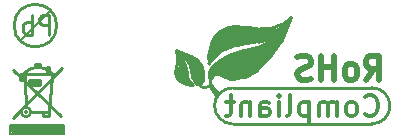
<source format=gbr>
%TF.GenerationSoftware,KiCad,Pcbnew,7.0.7*%
%TF.CreationDate,2023-09-24T12:37:58+02:00*%
%TF.ProjectId,RF Energy Harvesting LK-R37 Enclosure,52462045-6e65-4726-9779-204861727665,Beta R4*%
%TF.SameCoordinates,Original*%
%TF.FileFunction,Legend,Bot*%
%TF.FilePolarity,Positive*%
%FSLAX46Y46*%
G04 Gerber Fmt 4.6, Leading zero omitted, Abs format (unit mm)*
G04 Created by KiCad (PCBNEW 7.0.7) date 2023-09-24 12:37:58*
%MOMM*%
%LPD*%
G01*
G04 APERTURE LIST*
%ADD10C,0.500000*%
%ADD11C,0.350000*%
%ADD12C,0.254000*%
%ADD13C,0.150000*%
%ADD14C,0.127000*%
%ADD15C,0.508000*%
%ADD16C,0.200000*%
G04 APERTURE END LIST*
D10*
X168735714Y-93289238D02*
X169402381Y-92336857D01*
X169878571Y-93289238D02*
X169878571Y-91289238D01*
X169878571Y-91289238D02*
X169116666Y-91289238D01*
X169116666Y-91289238D02*
X168926190Y-91384476D01*
X168926190Y-91384476D02*
X168830952Y-91479714D01*
X168830952Y-91479714D02*
X168735714Y-91670190D01*
X168735714Y-91670190D02*
X168735714Y-91955904D01*
X168735714Y-91955904D02*
X168830952Y-92146380D01*
X168830952Y-92146380D02*
X168926190Y-92241619D01*
X168926190Y-92241619D02*
X169116666Y-92336857D01*
X169116666Y-92336857D02*
X169878571Y-92336857D01*
X167592857Y-93289238D02*
X167783333Y-93194000D01*
X167783333Y-93194000D02*
X167878571Y-93098761D01*
X167878571Y-93098761D02*
X167973809Y-92908285D01*
X167973809Y-92908285D02*
X167973809Y-92336857D01*
X167973809Y-92336857D02*
X167878571Y-92146380D01*
X167878571Y-92146380D02*
X167783333Y-92051142D01*
X167783333Y-92051142D02*
X167592857Y-91955904D01*
X167592857Y-91955904D02*
X167307142Y-91955904D01*
X167307142Y-91955904D02*
X167116666Y-92051142D01*
X167116666Y-92051142D02*
X167021428Y-92146380D01*
X167021428Y-92146380D02*
X166926190Y-92336857D01*
X166926190Y-92336857D02*
X166926190Y-92908285D01*
X166926190Y-92908285D02*
X167021428Y-93098761D01*
X167021428Y-93098761D02*
X167116666Y-93194000D01*
X167116666Y-93194000D02*
X167307142Y-93289238D01*
X167307142Y-93289238D02*
X167592857Y-93289238D01*
X166069047Y-93289238D02*
X166069047Y-91289238D01*
X166069047Y-92241619D02*
X164926190Y-92241619D01*
X164926190Y-93289238D02*
X164926190Y-91289238D01*
X164069047Y-93194000D02*
X163783333Y-93289238D01*
X163783333Y-93289238D02*
X163307142Y-93289238D01*
X163307142Y-93289238D02*
X163116666Y-93194000D01*
X163116666Y-93194000D02*
X163021428Y-93098761D01*
X163021428Y-93098761D02*
X162926190Y-92908285D01*
X162926190Y-92908285D02*
X162926190Y-92717809D01*
X162926190Y-92717809D02*
X163021428Y-92527333D01*
X163021428Y-92527333D02*
X163116666Y-92432095D01*
X163116666Y-92432095D02*
X163307142Y-92336857D01*
X163307142Y-92336857D02*
X163688095Y-92241619D01*
X163688095Y-92241619D02*
X163878571Y-92146380D01*
X163878571Y-92146380D02*
X163973809Y-92051142D01*
X163973809Y-92051142D02*
X164069047Y-91860666D01*
X164069047Y-91860666D02*
X164069047Y-91670190D01*
X164069047Y-91670190D02*
X163973809Y-91479714D01*
X163973809Y-91479714D02*
X163878571Y-91384476D01*
X163878571Y-91384476D02*
X163688095Y-91289238D01*
X163688095Y-91289238D02*
X163211904Y-91289238D01*
X163211904Y-91289238D02*
X162926190Y-91384476D01*
D11*
X168689333Y-96195004D02*
X168774000Y-96279671D01*
X168774000Y-96279671D02*
X169028000Y-96364337D01*
X169028000Y-96364337D02*
X169197333Y-96364337D01*
X169197333Y-96364337D02*
X169451333Y-96279671D01*
X169451333Y-96279671D02*
X169620667Y-96110337D01*
X169620667Y-96110337D02*
X169705333Y-95941004D01*
X169705333Y-95941004D02*
X169790000Y-95602337D01*
X169790000Y-95602337D02*
X169790000Y-95348337D01*
X169790000Y-95348337D02*
X169705333Y-95009671D01*
X169705333Y-95009671D02*
X169620667Y-94840337D01*
X169620667Y-94840337D02*
X169451333Y-94671004D01*
X169451333Y-94671004D02*
X169197333Y-94586337D01*
X169197333Y-94586337D02*
X169028000Y-94586337D01*
X169028000Y-94586337D02*
X168774000Y-94671004D01*
X168774000Y-94671004D02*
X168689333Y-94755671D01*
X167673333Y-96364337D02*
X167842667Y-96279671D01*
X167842667Y-96279671D02*
X167927333Y-96195004D01*
X167927333Y-96195004D02*
X168012000Y-96025671D01*
X168012000Y-96025671D02*
X168012000Y-95517671D01*
X168012000Y-95517671D02*
X167927333Y-95348337D01*
X167927333Y-95348337D02*
X167842667Y-95263671D01*
X167842667Y-95263671D02*
X167673333Y-95179004D01*
X167673333Y-95179004D02*
X167419333Y-95179004D01*
X167419333Y-95179004D02*
X167250000Y-95263671D01*
X167250000Y-95263671D02*
X167165333Y-95348337D01*
X167165333Y-95348337D02*
X167080667Y-95517671D01*
X167080667Y-95517671D02*
X167080667Y-96025671D01*
X167080667Y-96025671D02*
X167165333Y-96195004D01*
X167165333Y-96195004D02*
X167250000Y-96279671D01*
X167250000Y-96279671D02*
X167419333Y-96364337D01*
X167419333Y-96364337D02*
X167673333Y-96364337D01*
X166318666Y-96364337D02*
X166318666Y-95179004D01*
X166318666Y-95348337D02*
X166234000Y-95263671D01*
X166234000Y-95263671D02*
X166064666Y-95179004D01*
X166064666Y-95179004D02*
X165810666Y-95179004D01*
X165810666Y-95179004D02*
X165641333Y-95263671D01*
X165641333Y-95263671D02*
X165556666Y-95433004D01*
X165556666Y-95433004D02*
X165556666Y-96364337D01*
X165556666Y-95433004D02*
X165472000Y-95263671D01*
X165472000Y-95263671D02*
X165302666Y-95179004D01*
X165302666Y-95179004D02*
X165048666Y-95179004D01*
X165048666Y-95179004D02*
X164879333Y-95263671D01*
X164879333Y-95263671D02*
X164794666Y-95433004D01*
X164794666Y-95433004D02*
X164794666Y-96364337D01*
X163947999Y-95179004D02*
X163947999Y-96957004D01*
X163947999Y-95263671D02*
X163778666Y-95179004D01*
X163778666Y-95179004D02*
X163439999Y-95179004D01*
X163439999Y-95179004D02*
X163270666Y-95263671D01*
X163270666Y-95263671D02*
X163185999Y-95348337D01*
X163185999Y-95348337D02*
X163101333Y-95517671D01*
X163101333Y-95517671D02*
X163101333Y-96025671D01*
X163101333Y-96025671D02*
X163185999Y-96195004D01*
X163185999Y-96195004D02*
X163270666Y-96279671D01*
X163270666Y-96279671D02*
X163439999Y-96364337D01*
X163439999Y-96364337D02*
X163778666Y-96364337D01*
X163778666Y-96364337D02*
X163947999Y-96279671D01*
X162085332Y-96364337D02*
X162254666Y-96279671D01*
X162254666Y-96279671D02*
X162339332Y-96110337D01*
X162339332Y-96110337D02*
X162339332Y-94586337D01*
X161407999Y-96364337D02*
X161407999Y-95179004D01*
X161407999Y-94586337D02*
X161492666Y-94671004D01*
X161492666Y-94671004D02*
X161407999Y-94755671D01*
X161407999Y-94755671D02*
X161323333Y-94671004D01*
X161323333Y-94671004D02*
X161407999Y-94586337D01*
X161407999Y-94586337D02*
X161407999Y-94755671D01*
X159799332Y-96364337D02*
X159799332Y-95433004D01*
X159799332Y-95433004D02*
X159883999Y-95263671D01*
X159883999Y-95263671D02*
X160053332Y-95179004D01*
X160053332Y-95179004D02*
X160391999Y-95179004D01*
X160391999Y-95179004D02*
X160561332Y-95263671D01*
X159799332Y-96279671D02*
X159968666Y-96364337D01*
X159968666Y-96364337D02*
X160391999Y-96364337D01*
X160391999Y-96364337D02*
X160561332Y-96279671D01*
X160561332Y-96279671D02*
X160645999Y-96110337D01*
X160645999Y-96110337D02*
X160645999Y-95941004D01*
X160645999Y-95941004D02*
X160561332Y-95771671D01*
X160561332Y-95771671D02*
X160391999Y-95687004D01*
X160391999Y-95687004D02*
X159968666Y-95687004D01*
X159968666Y-95687004D02*
X159799332Y-95602337D01*
X158952665Y-95179004D02*
X158952665Y-96364337D01*
X158952665Y-95348337D02*
X158867999Y-95263671D01*
X158867999Y-95263671D02*
X158698665Y-95179004D01*
X158698665Y-95179004D02*
X158444665Y-95179004D01*
X158444665Y-95179004D02*
X158275332Y-95263671D01*
X158275332Y-95263671D02*
X158190665Y-95433004D01*
X158190665Y-95433004D02*
X158190665Y-96364337D01*
X157597998Y-95179004D02*
X156920665Y-95179004D01*
X157343998Y-94586337D02*
X157343998Y-96110337D01*
X157343998Y-96110337D02*
X157259332Y-96279671D01*
X157259332Y-96279671D02*
X157089998Y-96364337D01*
X157089998Y-96364337D02*
X156920665Y-96364337D01*
D12*
X141928268Y-89493565D02*
X141928268Y-87793565D01*
X141928268Y-87793565D02*
X141356839Y-87793565D01*
X141356839Y-87793565D02*
X141213982Y-87874517D01*
X141213982Y-87874517D02*
X141142553Y-87955470D01*
X141142553Y-87955470D02*
X141071125Y-88117374D01*
X141071125Y-88117374D02*
X141071125Y-88360232D01*
X141071125Y-88360232D02*
X141142553Y-88522136D01*
X141142553Y-88522136D02*
X141213982Y-88603089D01*
X141213982Y-88603089D02*
X141356839Y-88684041D01*
X141356839Y-88684041D02*
X141928268Y-88684041D01*
X140428268Y-89493565D02*
X140428268Y-87793565D01*
X140428268Y-88441184D02*
X140285411Y-88360232D01*
X140285411Y-88360232D02*
X139999696Y-88360232D01*
X139999696Y-88360232D02*
X139856839Y-88441184D01*
X139856839Y-88441184D02*
X139785411Y-88522136D01*
X139785411Y-88522136D02*
X139713982Y-88684041D01*
X139713982Y-88684041D02*
X139713982Y-89169755D01*
X139713982Y-89169755D02*
X139785411Y-89331660D01*
X139785411Y-89331660D02*
X139856839Y-89412613D01*
X139856839Y-89412613D02*
X139999696Y-89493565D01*
X139999696Y-89493565D02*
X140285411Y-89493565D01*
X140285411Y-89493565D02*
X140428268Y-89412613D01*
D13*
%TO.C,Sign-RecycleBin*%
X143204500Y-97863000D02*
X143204500Y-97101000D01*
X143204500Y-97101000D02*
X138632500Y-97101000D01*
X143153700Y-97761400D02*
X138734100Y-97761400D01*
X143153700Y-97456600D02*
X138683300Y-97456600D01*
X143153700Y-97304200D02*
X138734100Y-97304200D01*
X143153700Y-97253400D02*
X138683300Y-97253400D01*
D12*
X142998500Y-92325000D02*
X138807500Y-96516000D01*
X142871500Y-96389000D02*
X138807500Y-92452000D01*
X142363500Y-92833000D02*
X139442500Y-92833000D01*
X141855500Y-96389000D02*
X141347500Y-96389000D01*
X141855500Y-96008000D02*
X142109500Y-92960000D01*
X141855500Y-96008000D02*
X141855500Y-96389000D01*
X141855500Y-96008000D02*
X140458500Y-96008000D01*
X141855500Y-92706000D02*
X141855500Y-92198000D01*
X141855500Y-92198000D02*
X141728500Y-92198000D01*
X141728500Y-92198000D02*
X141728500Y-92706000D01*
X141347500Y-96389000D02*
X141347500Y-96135000D01*
X141093500Y-93722000D02*
X141093500Y-93341000D01*
X141093500Y-93341000D02*
X140204500Y-93341000D01*
X141093500Y-92071000D02*
X140712500Y-92071000D01*
X141093500Y-91944000D02*
X141093500Y-92071000D01*
X140966500Y-93468000D02*
X140331500Y-93468000D01*
X140712500Y-92071000D02*
X140712500Y-91944000D01*
X140712500Y-91944000D02*
X141093500Y-91944000D01*
X140204500Y-93722000D02*
X141093500Y-93722000D01*
X140204500Y-93341000D02*
X140204500Y-93722000D01*
X139950500Y-95500000D02*
X139823500Y-93468000D01*
X139823500Y-93341000D02*
X139442500Y-93341000D01*
X139823500Y-92833000D02*
X139823500Y-93341000D01*
X139696500Y-93341000D02*
X139696500Y-92960000D01*
X139696500Y-92960000D02*
X139696500Y-93087000D01*
X139696500Y-92960000D02*
X139696500Y-93087000D01*
X139696500Y-92960000D02*
X139569500Y-92960000D01*
X139696500Y-92833000D02*
X139569500Y-93214000D01*
X139569500Y-92960000D02*
X139569500Y-93341000D01*
X139442500Y-93341000D02*
X139442500Y-92833000D01*
D13*
X138734100Y-97659800D02*
X143102900Y-97659800D01*
X138683300Y-97558200D02*
X143102900Y-97558200D01*
X138683300Y-97405800D02*
X143102900Y-97405800D01*
X138683300Y-97151800D02*
X143102900Y-97151800D01*
X138632500Y-97863000D02*
X143204500Y-97863000D01*
X138632500Y-97101000D02*
X138632500Y-97863000D01*
D12*
X142109500Y-92706000D02*
G75*
G03*
X139823500Y-92706000I-1143000J-1143000D01*
G01*
D14*
X140077500Y-96008000D02*
G75*
G03*
X140077500Y-96008000I-127000J0D01*
G01*
D12*
X140352109Y-96008000D02*
G75*
G03*
X140352109Y-96008000I-401609J0D01*
G01*
%TO.C,Sign-RoHS*%
X169246500Y-97018500D02*
X157435500Y-97018500D01*
X162388500Y-88001500D02*
X161527440Y-88621260D01*
X162388500Y-88001500D02*
X161522360Y-90117320D01*
D15*
X162007500Y-88509500D02*
X161499500Y-89398500D01*
D12*
X162007500Y-88509500D02*
X160994040Y-89147040D01*
D15*
X161499500Y-89398500D02*
X161372500Y-89906500D01*
X161372500Y-89906500D02*
X160994040Y-90414500D01*
X161118500Y-89398500D02*
X156546500Y-89398500D01*
X160994040Y-90414500D02*
X160994040Y-90033500D01*
X160994040Y-90033500D02*
X161372500Y-89147040D01*
D12*
X160994040Y-89652500D02*
X160712100Y-90000480D01*
D15*
X160994040Y-89147040D02*
X159848500Y-89147040D01*
X160864500Y-90541500D02*
X160483500Y-91049500D01*
X160610500Y-89525500D02*
X161118500Y-89398500D01*
X160483500Y-91049500D02*
X160229500Y-91430500D01*
X160483500Y-90668500D02*
X159721500Y-91303500D01*
X160229500Y-91430500D02*
X159340500Y-92319500D01*
X159848500Y-90668500D02*
X160610500Y-90287500D01*
X159848500Y-89147040D02*
X158832500Y-89017500D01*
D12*
X159810400Y-88959080D02*
X157661560Y-88763500D01*
D15*
X159721500Y-91303500D02*
X159594500Y-91176500D01*
D12*
X159607200Y-90066520D02*
X160994040Y-89652500D01*
D15*
X159594500Y-91684500D02*
X159467500Y-91557500D01*
X159594500Y-91176500D02*
X159467500Y-91176500D01*
D12*
X159538620Y-92504920D02*
X159503060Y-92540480D01*
D15*
X159467500Y-91811500D02*
X159594500Y-91684500D01*
X159467500Y-91557500D02*
X158959500Y-91557500D01*
X159467500Y-91176500D02*
X158324500Y-91303500D01*
X159340500Y-92319500D02*
X158832500Y-92700500D01*
X159340500Y-89906500D02*
X160610500Y-89525500D01*
X159111900Y-90922500D02*
X159848500Y-90668500D01*
X158959500Y-91557500D02*
X157943500Y-91811500D01*
X158832500Y-92700500D02*
X157943500Y-92954500D01*
X158832500Y-92319500D02*
X159467500Y-91811500D01*
X158832500Y-89017500D02*
X157181500Y-89017500D01*
D12*
X158685180Y-90752320D02*
X158375300Y-90813280D01*
D15*
X158502300Y-90922500D02*
X159111900Y-90922500D01*
X158324500Y-92446500D02*
X158832500Y-92319500D01*
X158324500Y-91303500D02*
X157308500Y-91557500D01*
X158197500Y-90033500D02*
X159340500Y-89906500D01*
X158070500Y-90033500D02*
X158197500Y-90033500D01*
X157943500Y-92954500D02*
X157054500Y-92954500D01*
X157943500Y-92573500D02*
X158324500Y-92446500D01*
X157943500Y-91811500D02*
X157689500Y-91811500D01*
D12*
X157740300Y-90356080D02*
X158258460Y-90282420D01*
D15*
X157689500Y-92192500D02*
X158959500Y-91938500D01*
X157689500Y-91811500D02*
X157181500Y-92065500D01*
D12*
X157633620Y-93208500D02*
X157118000Y-93208500D01*
D15*
X157562500Y-90033500D02*
X158070500Y-90033500D01*
D12*
X157435500Y-93970500D02*
X169246500Y-93970500D01*
D15*
X157308500Y-92573500D02*
X157943500Y-92573500D01*
X157308500Y-92319500D02*
X157689500Y-92192500D01*
X157308500Y-91557500D02*
X156673500Y-92065500D01*
X157181500Y-92192500D02*
X157308500Y-92319500D01*
X157181500Y-92065500D02*
X157181500Y-92192500D01*
X157181500Y-89017500D02*
X156546500Y-89398500D01*
X157105300Y-91405100D02*
X158502300Y-90922500D01*
X157054500Y-92954500D02*
X156292500Y-92446500D01*
X156927500Y-92446500D02*
X157308500Y-92573500D01*
X156927500Y-90414500D02*
X157562500Y-90033500D01*
X156800500Y-90414500D02*
X156546500Y-89906500D01*
X156673500Y-92446500D02*
X156927500Y-92446500D01*
X156673500Y-92065500D02*
X156546500Y-92192500D01*
D12*
X156579520Y-92987520D02*
X156526180Y-92934180D01*
D15*
X156546500Y-92192500D02*
X156673500Y-92446500D01*
X156546500Y-89906500D02*
X156546500Y-89652500D01*
X156546500Y-89906500D02*
X156165500Y-90414500D01*
X156546500Y-89652500D02*
X161499500Y-89576300D01*
X156546500Y-89398500D02*
X156546500Y-89652500D01*
X156546500Y-89398500D02*
X156038500Y-89906500D01*
D12*
X156465220Y-90864080D02*
X156472840Y-90859000D01*
D15*
X156419500Y-91811500D02*
X157105300Y-91405100D01*
X156419500Y-90033500D02*
X158070500Y-90033500D01*
D12*
X156292500Y-94478500D02*
X155802280Y-93988280D01*
D15*
X156292500Y-92446500D02*
X155911500Y-92573500D01*
D12*
X156165500Y-94605500D02*
X155657500Y-93843500D01*
X156165500Y-94478500D02*
X155980080Y-94293080D01*
D15*
X156165500Y-90795500D02*
X156800500Y-90414500D01*
X156038500Y-89906500D02*
X155784500Y-90414500D01*
X155911500Y-92573500D02*
X155657500Y-92827500D01*
X155911500Y-92319500D02*
X156419500Y-91811500D01*
D12*
X155820060Y-92083280D02*
X155649880Y-92271240D01*
X155807360Y-92934180D02*
X155530500Y-93208500D01*
D15*
X155784500Y-90414500D02*
X155657500Y-91430500D01*
X155657500Y-92827500D02*
X155911500Y-92319500D01*
X155657500Y-91430500D02*
X156165500Y-90795500D01*
D12*
X155611780Y-90279880D02*
X155464460Y-90879320D01*
X155530500Y-93716500D02*
X155426360Y-93823180D01*
X155530500Y-93381220D02*
X155530500Y-93335500D01*
X155507640Y-93162780D02*
X155530500Y-93208500D01*
X155406040Y-91938500D02*
X155408580Y-91935960D01*
X155406040Y-91557500D02*
X155406040Y-91938500D01*
X154895500Y-93081500D02*
X154133500Y-93081500D01*
X154895500Y-92977360D02*
X154895500Y-92954500D01*
X154895500Y-92954500D02*
X154895500Y-92700500D01*
X154895500Y-92954500D02*
X154133500Y-92954500D01*
X154895500Y-92700500D02*
X154768500Y-92700500D01*
X154821840Y-92095980D02*
X154768500Y-92002000D01*
X154776120Y-93851120D02*
X154641500Y-93716500D01*
X154768500Y-93335500D02*
X154768500Y-93462500D01*
X154768500Y-93335500D02*
X154260500Y-93335500D01*
X154768500Y-93208500D02*
X154768500Y-93335500D01*
X154768500Y-93208500D02*
X154133500Y-93208500D01*
X154768500Y-92827500D02*
X154768500Y-93208500D01*
X154768500Y-92827500D02*
X154133500Y-92827500D01*
X154768500Y-92700500D02*
X154768500Y-92827500D01*
X154768500Y-92700500D02*
X154641500Y-92700500D01*
X154641500Y-93716500D02*
X154938680Y-93297400D01*
X154641500Y-92700500D02*
X154641500Y-93335500D01*
X154641500Y-92700500D02*
X154260500Y-92700500D01*
X154628800Y-93716500D02*
X154641500Y-93716500D01*
X154339240Y-93592040D02*
X154367180Y-93619980D01*
X154260500Y-92700500D02*
X154260500Y-93208500D01*
X154260500Y-92700500D02*
X154006500Y-92700500D01*
X154047140Y-91356840D02*
X153625500Y-91176500D01*
X154006500Y-92700500D02*
X154514500Y-93589500D01*
X154006500Y-92573500D02*
X154895500Y-92573500D01*
X154006500Y-92446500D02*
X154895500Y-92446500D01*
X154006500Y-92319500D02*
X154768500Y-92319500D01*
X154006500Y-92192500D02*
X154768500Y-92192500D01*
X153955700Y-92522700D02*
X153955700Y-92515080D01*
X153879500Y-93589500D02*
X153371500Y-93589500D01*
X153879500Y-92065500D02*
X154768500Y-92065500D01*
X153879500Y-91938500D02*
X154641500Y-91938500D01*
X153752500Y-93462500D02*
X153117500Y-93462500D01*
X153752500Y-91811500D02*
X154514500Y-91811500D01*
X153752500Y-91684500D02*
X154387500Y-91684500D01*
X153727100Y-93716500D02*
X154082700Y-93716500D01*
X153625500Y-93335500D02*
X152990500Y-93335500D01*
X153625500Y-93208500D02*
X152863500Y-93208500D01*
X153625500Y-91557500D02*
X154133500Y-91557500D01*
X153625500Y-91303500D02*
X152863500Y-91303500D01*
X153625500Y-91176500D02*
X152609500Y-90795500D01*
X153574700Y-93081500D02*
X152736500Y-93081500D01*
X153549300Y-92525240D02*
X153574700Y-92916400D01*
X153498500Y-92954500D02*
X152736500Y-92954500D01*
X153498500Y-92827500D02*
X152736500Y-92827500D01*
X153498500Y-92700500D02*
X152736500Y-92700500D01*
X153498500Y-92573500D02*
X152736500Y-92573500D01*
X153498500Y-92446500D02*
X152736500Y-92446500D01*
X153498500Y-92319500D02*
X152736500Y-92319500D01*
X153498500Y-92192500D02*
X152863500Y-92192500D01*
X153371500Y-92065500D02*
X152863500Y-92065500D01*
X153371500Y-91938500D02*
X152863500Y-91938500D01*
X153371500Y-91176500D02*
X152736500Y-91176500D01*
X153244500Y-91049500D02*
X152736500Y-91049500D01*
X153117500Y-91430500D02*
X154006500Y-91430500D01*
X153117500Y-91430500D02*
X153117500Y-91938500D01*
X152990500Y-91430500D02*
X153117500Y-91430500D01*
X152990500Y-91430500D02*
X152990500Y-91938500D01*
X152924460Y-93396460D02*
X152947320Y-93419320D01*
X152863500Y-91430500D02*
X152990500Y-91430500D01*
X152609500Y-90795500D02*
X152744120Y-91333980D01*
X169246500Y-97018500D02*
G75*
G03*
X170770500Y-95494500I1J1523999D01*
G01*
X170770500Y-95494500D02*
G75*
G03*
X169246500Y-93970500I-1524000J0D01*
G01*
X159810400Y-88959081D02*
G75*
G03*
X161525452Y-88619021I447040J2240271D01*
G01*
X159538620Y-92504921D02*
G75*
G03*
X161519964Y-90122947I-6362680J7307561D01*
G01*
X158685180Y-90752318D02*
G75*
G03*
X160712041Y-90002277I-604430J4747018D01*
G01*
X158258460Y-90282426D02*
G75*
G03*
X159600879Y-90066686I-469760J7207426D01*
G01*
X157633620Y-93208502D02*
G75*
G03*
X159499433Y-92542513I126940J2590962D01*
G01*
X155911500Y-95494500D02*
G75*
G03*
X157435500Y-97018500I1524000J0D01*
G01*
X156579503Y-92987537D02*
G75*
G03*
X157118000Y-93210566I538397J538337D01*
G01*
X157740300Y-90356080D02*
G75*
G03*
X156476630Y-90856434I871300J-4046420D01*
G01*
X155530522Y-93381220D02*
G75*
G03*
X156036478Y-94605780I1734678J-80D01*
G01*
X155530542Y-93208500D02*
G75*
G03*
X155978049Y-94294059I1534358J-2500D01*
G01*
X157435500Y-93970500D02*
G75*
G03*
X155911500Y-95494500I0J-1524000D01*
G01*
X158375300Y-90813280D02*
G75*
G03*
X155820973Y-92082656I1099740J-5417660D01*
G01*
X156526180Y-92934180D02*
G75*
G03*
X155807360Y-92931640I-360680J-358120D01*
G01*
X155530479Y-93335500D02*
G75*
G03*
X155798758Y-93988210I921821J-2600D01*
G01*
X157661560Y-88763500D02*
G75*
G03*
X155611236Y-90276085I93980J-2273300D01*
G01*
X155649880Y-92271240D02*
G75*
G03*
X155529654Y-93208569I642620J-558800D01*
G01*
X155068220Y-93970502D02*
G75*
G03*
X155425634Y-93822454I-20J505502D01*
G01*
X156465228Y-90864091D02*
G75*
G03*
X155410141Y-91934265I2777272J-3793309D01*
G01*
X155464462Y-90879320D02*
G75*
G03*
X155404260Y-91556743I2989738J-607080D01*
G01*
X154776114Y-93851126D02*
G75*
G03*
X155068220Y-93972112I292186J292326D01*
G01*
X154938680Y-93297400D02*
G75*
G03*
X155024374Y-92853401I-1109980J444500D01*
G01*
X154641523Y-93589523D02*
G75*
G03*
X154895055Y-92978871I-612423J612223D01*
G01*
X155022499Y-92852900D02*
G75*
G03*
X154822293Y-92097821I-1523999J0D01*
G01*
X154339258Y-93592022D02*
G75*
G03*
X154643288Y-93718292I305042J305322D01*
G01*
X153955704Y-92522700D02*
G75*
G03*
X154365840Y-93619546I1529196J-53300D01*
G01*
X153574695Y-92916401D02*
G75*
G03*
X154076840Y-93712113I1211605J208301D01*
G01*
X154768504Y-92001998D02*
G75*
G03*
X154046500Y-91358011I-1323404J-757002D01*
G01*
X153528981Y-93693635D02*
G75*
G03*
X153728427Y-93717803I198119J799935D01*
G01*
X152947321Y-93419319D02*
G75*
G03*
X153526997Y-93692953I785079J912319D01*
G01*
X153955699Y-92515080D02*
G75*
G03*
X153448520Y-91483681I-1498599J-96520D01*
G01*
X153549305Y-92568420D02*
G75*
G03*
X153195295Y-91577566I-1762905J-71180D01*
G01*
X152609478Y-92639540D02*
G75*
G03*
X152923447Y-93397473I1071922J40D01*
G01*
X152680618Y-92271239D02*
G75*
G03*
X152744648Y-91336636I-1414008J566369D01*
G01*
X152680622Y-92271241D02*
G75*
G03*
X152609783Y-92639987I921778J-368259D01*
G01*
D16*
%TO.C,Sign-PbFree*%
X139579220Y-89863320D02*
X142012540Y-87442700D01*
D12*
X142542237Y-88700000D02*
G75*
G03*
X142542237Y-88700000I-1802237J0D01*
G01*
%TD*%
M02*

</source>
